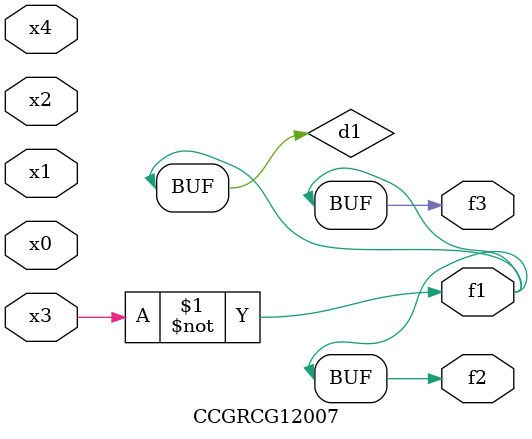
<source format=v>
module CCGRCG12007(
	input x0, x1, x2, x3, x4,
	output f1, f2, f3
);

	wire d1, d2;

	xnor (d1, x3);
	not (d2, x1);
	assign f1 = d1;
	assign f2 = d1;
	assign f3 = d1;
endmodule

</source>
